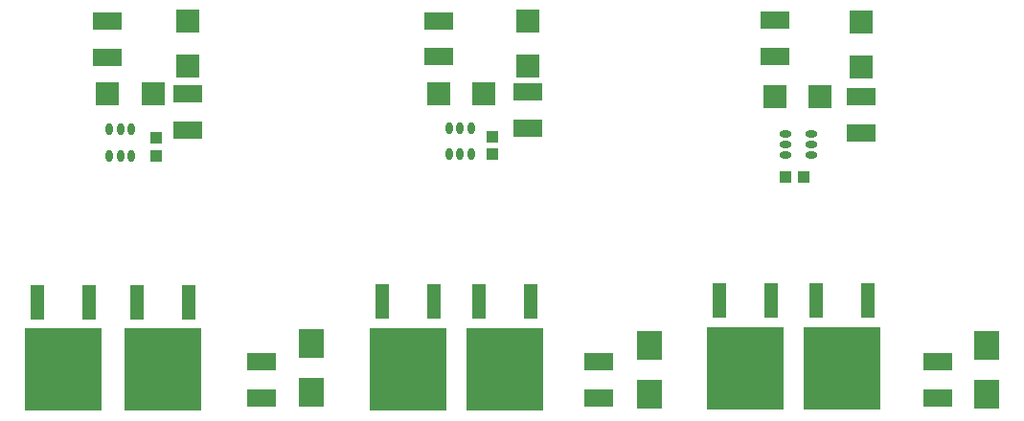
<source format=gtp>
G04*
G04 #@! TF.GenerationSoftware,Altium Limited,Altium Designer,18.1.6 (161)*
G04*
G04 Layer_Color=8421504*
%FSLAX24Y24*%
%MOIN*%
G70*
G01*
G75*
%ADD13R,0.0787X0.0787*%
%ADD14R,0.0906X0.0984*%
%ADD15R,0.0394X0.0413*%
%ADD16O,0.0236X0.0433*%
%ADD17R,0.0492X0.1201*%
%ADD18R,0.2677X0.2874*%
%ADD19R,0.0984X0.0591*%
%ADD20R,0.0787X0.0787*%
%ADD21R,0.0413X0.0394*%
%ADD22O,0.0433X0.0236*%
D13*
X18635Y33637D02*
D03*
Y32063D02*
D03*
X42088Y32027D02*
D03*
Y33602D02*
D03*
X30495Y33628D02*
D03*
Y32053D02*
D03*
D14*
X22950Y22396D02*
D03*
Y20704D02*
D03*
X46450Y22339D02*
D03*
Y20646D02*
D03*
X34700Y20649D02*
D03*
Y22342D02*
D03*
D15*
X17550Y29570D02*
D03*
Y28940D02*
D03*
X29250Y28985D02*
D03*
Y29615D02*
D03*
D16*
X16674Y29865D02*
D03*
X16300D02*
D03*
X15926D02*
D03*
Y28940D02*
D03*
X16300D02*
D03*
X16674D02*
D03*
X28500Y28985D02*
D03*
X28126D02*
D03*
X27752D02*
D03*
Y29910D02*
D03*
X28126D02*
D03*
X28500D02*
D03*
D17*
X18676Y23850D02*
D03*
X16872D02*
D03*
X38951Y23900D02*
D03*
X37148D02*
D03*
X27220Y23860D02*
D03*
X25417D02*
D03*
X15203Y23850D02*
D03*
X13400D02*
D03*
X42303Y23900D02*
D03*
X40500D02*
D03*
X30572Y23854D02*
D03*
X28768D02*
D03*
D18*
X17774Y21488D02*
D03*
X38050Y21538D02*
D03*
X26318Y21498D02*
D03*
X14302Y21488D02*
D03*
X41401Y21538D02*
D03*
X29670Y21492D02*
D03*
D19*
X18635Y29848D02*
D03*
Y31100D02*
D03*
X39085Y33652D02*
D03*
Y32400D02*
D03*
X44750Y21758D02*
D03*
Y20506D02*
D03*
X42088Y31002D02*
D03*
Y29750D02*
D03*
X27385Y32388D02*
D03*
Y33640D02*
D03*
X32950Y20506D02*
D03*
Y21758D02*
D03*
X30495Y29900D02*
D03*
Y31152D02*
D03*
X15850Y32376D02*
D03*
Y33628D02*
D03*
X21200Y20500D02*
D03*
Y21752D02*
D03*
D20*
X39085Y31000D02*
D03*
X40660D02*
D03*
X27385Y31100D02*
D03*
X28960D02*
D03*
X15863D02*
D03*
X17437D02*
D03*
D21*
X40065Y28200D02*
D03*
X39435D02*
D03*
D22*
X40360Y28966D02*
D03*
Y29340D02*
D03*
Y29714D02*
D03*
X39435D02*
D03*
Y29340D02*
D03*
Y28966D02*
D03*
M02*

</source>
